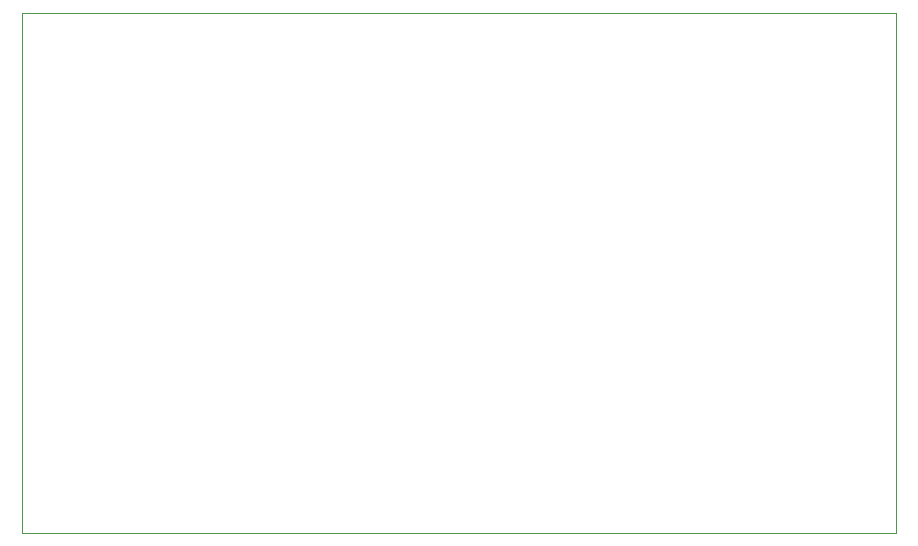
<source format=gbr>
%TF.GenerationSoftware,KiCad,Pcbnew,(5.1.9)-1*%
%TF.CreationDate,2021-01-08T22:51:15-05:00*%
%TF.ProjectId,rgb,7267622e-6b69-4636-9164-5f7063625858,rev?*%
%TF.SameCoordinates,Original*%
%TF.FileFunction,Profile,NP*%
%FSLAX46Y46*%
G04 Gerber Fmt 4.6, Leading zero omitted, Abs format (unit mm)*
G04 Created by KiCad (PCBNEW (5.1.9)-1) date 2021-01-08 22:51:15*
%MOMM*%
%LPD*%
G01*
G04 APERTURE LIST*
%TA.AperFunction,Profile*%
%ADD10C,0.050000*%
%TD*%
G04 APERTURE END LIST*
D10*
X122000000Y-101000000D02*
X122000000Y-57000000D01*
X196000000Y-101000000D02*
X122000000Y-101000000D01*
X196000000Y-57000000D02*
X196000000Y-101000000D01*
X122000000Y-57000000D02*
X196000000Y-57000000D01*
M02*

</source>
